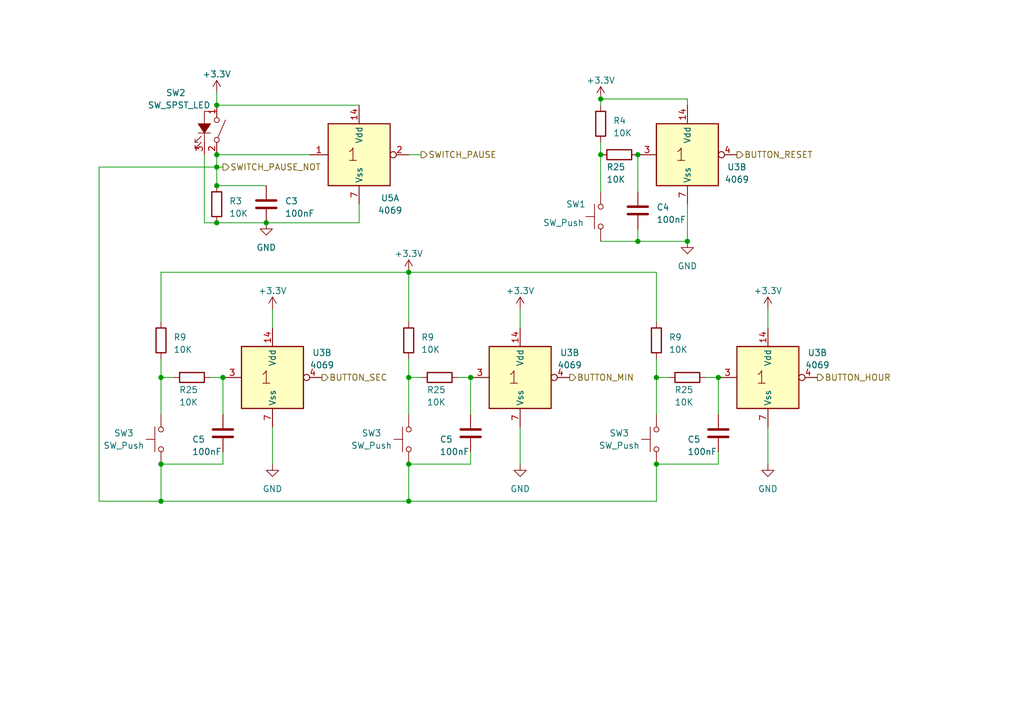
<source format=kicad_sch>
(kicad_sch (version 20230121) (generator eeschema)
  (paper "A5")
  (lib_symbols
    (symbol "4xxx_IEEE:4069"
      (property "Reference" "U" (at 8.89 6.35 0))
      (property "Value" "4069" (at 7.62 -8.89 0))
      (symbol "4069_0_0"
        (text "1" (at -1.27 0 0) (effects (font (size 2.54 2.54))))
        (pin power_in line (at 0 10.16 270) (length 3.81) (name "Vdd") (number "14"))
        (pin power_in line (at 0 -10.16 90) (length 3.81) (name "Vss") (number "7"))
      )
      (symbol "4069_0_1"
        (rectangle (start -6.35 6.35) (end 6.35 -6.35) (stroke (width 0.254)) (fill (type background)))
      )
      (symbol "4069_1_1"
        (pin input line (at -10.16 0 0) (length 3.81) (name "~") (number "1"))
        (pin output inverted (at 10.16 0 180) (length 3.81) (name "~") (number "2"))
      )
      (symbol "4069_2_1"
        (pin input line (at -10.16 0 0) (length 3.81) (name "~") (number "3"))
        (pin output inverted (at 10.16 0 180) (length 3.81) (name "~") (number "4"))
      )
      (symbol "4069_3_1"
        (pin input line (at -10.16 0 0) (length 3.81) (name "~") (number "5"))
        (pin output inverted (at 10.16 0 180) (length 3.81) (name "~") (number "6"))
      )
      (symbol "4069_4_1"
        (pin output inverted (at 10.16 0 180) (length 3.81) (name "~") (number "8"))
        (pin input line (at -10.16 0 0) (length 3.81) (name "~") (number "9"))
      )
      (symbol "4069_5_1"
        (pin output inverted (at 10.16 0 180) (length 3.81) (name "~") (number "10"))
        (pin input line (at -10.16 0 0) (length 3.81) (name "~") (number "11"))
      )
      (symbol "4069_6_1"
        (pin output inverted (at 10.16 0 180) (length 3.81) (name "~") (number "12"))
        (pin input line (at -10.16 0 0) (length 3.81) (name "~") (number "13"))
      )
    )
    (symbol "Device:C" (pin_numbers hide) (pin_names (offset 0.254))
      (property "Reference" "C" (at 0.635 2.54 0))
      (property "Value" "C" (at 0.635 -2.54 0))
      (symbol "C_0_1"
        (polyline (pts (xy -2.032 -0.762) (xy 2.032 -0.762)) (stroke (width 0.508)))
        (polyline (pts (xy -2.032 0.762) (xy 2.032 0.762)) (stroke (width 0.508)))
      )
      (symbol "C_1_1"
        (pin passive line (at 0 3.81 270) (length 2.794) (name "~") (number "1"))
        (pin passive line (at 0 -3.81 90) (length 2.794) (name "~") (number "2"))
      )
    )
    (symbol "Device:R" (pin_numbers hide) (pin_names (offset 0))
      (property "Reference" "R" (at 2.032 0 90))
      (property "Value" "R" (at 0 0 90))
      (symbol "R_0_1"
        (rectangle (start -1.016 -2.54) (end 1.016 2.54) (stroke (width 0.254)))
      )
      (symbol "R_1_1"
        (pin passive line (at 0 3.81 270) (length 1.27) (name "~") (number "1"))
        (pin passive line (at 0 -3.81 90) (length 1.27) (name "~") (number "2"))
      )
    )
    (symbol "Switch:SW_Push" (pin_numbers hide) (pin_names (offset 1.016) hide)
      (property "Reference" "SW" (at 1.27 2.54 0))
      (property "Value" "SW_Push" (at 0 -1.524 0))
      (symbol "SW_Push_0_1"
        (circle (center -2.032 0) (radius 0.508))
        (polyline (pts (xy 0 1.27) (xy 0 3.048)))
        (polyline (pts (xy 2.54 1.27) (xy -2.54 1.27)))
        (circle (center 2.032 0) (radius 0.508))
        (pin passive line (at -5.08 0 0) (length 2.54) (name "1") (number "1"))
        (pin passive line (at 5.08 0 180) (length 2.54) (name "2") (number "2"))
      )
    )
    (symbol "Switch:SW_SPST_LED" (pin_names (offset 1.016) hide)
      (property "Reference" "SW1" (at -2.54 0 90))
      (property "Value" "SW_SPST_LED" (at -2.54 -2.54 90))
      (symbol "SW_SPST_LED_0_0"
        (polyline (pts (xy -3.81 -1.905) (xy -2.54 -0.635)))
        (polyline (pts (xy -2.54 -1.905) (xy -1.27 -0.635)))
        (polyline (pts (xy -2.54 0) (xy 2.54 0)))
        (polyline (pts (xy -0.635 1.27) (xy -0.635 -1.27)))
        (polyline (pts (xy -3.81 -1.27) (xy -3.81 -1.905) (xy -3.175 -1.905)))
        (polyline (pts (xy -2.54 -1.27) (xy -2.54 -1.905) (xy -1.905 -1.905)))
        (polyline (pts (xy -0.635 0) (xy 1.27 1.27) (xy 1.27 -1.27) (xy -0.635 0)) (fill (type outline)))
      )
      (symbol "SW_SPST_LED_0_1"
        (circle (center -2.032 2.54) (radius 0.508))
        (polyline (pts (xy -1.524 2.794) (xy 2.032 4.318)))
        (polyline (pts (xy 2.54 0) (xy 3.81 0) (xy 3.81 2.54)))
        (circle (center 2.032 2.54) (radius 0.508))
        (pin passive line (at 5.08 2.54 180) (length 2.54) (name "1") (number "1"))
        (pin passive line (at -5.08 2.54 0) (length 2.54) (name "2") (number "2"))
        (pin passive line (at -5.08 0 0) (length 2.54) (name "K") (number "3"))
      )
    )
    (symbol "power:+3.3V" (power) (pin_names (offset 0))
      (property "Value" "+3.3V" (at 0 3.556 0))
      (symbol "+3.3V_0_1"
        (polyline (pts (xy -0.762 1.27) (xy 0 2.54)))
        (polyline (pts (xy 0 0) (xy 0 2.54)))
        (polyline (pts (xy 0 2.54) (xy 0.762 1.27)))
      )
      (symbol "+3.3V_1_1"
        (pin power_in line (at 0 0 90) (length 0) hide (name "+3.3V") (number "1"))
      )
    )
    (symbol "power:GND" (power) (pin_names (offset 0))
      (property "Value" "GND" (at 0 -3.81 0))
      (symbol "GND_0_1"
        (polyline (pts (xy 0 0) (xy 0 -1.27) (xy 1.27 -1.27) (xy 0 -2.54) (xy -1.27 -1.27) (xy 0 -1.27)))
      )
      (symbol "GND_1_1"
        (pin power_in line (at 0 0 270) (length 0) hide (name "GND") (number "1"))
      )
    )
  )
  (junction (at 44.45 21.59))
  (junction (at 123.19 20.32))
  (junction (at 134.62 77.47))
  (junction (at 96.52 77.47))
  (junction (at 45.72 77.47))
  (junction (at 83.82 77.47))
  (junction (at 123.19 31.75))
  (junction (at 83.82 95.25))
  (junction (at 44.45 38.1))
  (junction (at 44.45 45.72))
  (junction (at 83.82 102.87))
  (junction (at 44.45 34.29))
  (junction (at 130.81 49.53))
  (junction (at 134.62 95.25))
  (junction (at 140.97 49.53))
  (junction (at 130.81 31.75))
  (junction (at 147.32 77.47))
  (junction (at 33.02 77.47))
  (junction (at 54.61 45.72))
  (junction (at 83.82 55.88))
  (junction (at 33.02 95.25))
  (junction (at 33.02 102.87))
  (junction (at 44.45 31.75))
  (wire (pts (xy 106.68 63.5) (xy 106.68 67.31)))
  (wire (pts (xy 33.02 55.88) (xy 33.02 66.04)))
  (wire (pts (xy 130.81 46.99) (xy 130.81 49.53)))
  (wire (pts (xy 83.82 66.04) (xy 83.82 55.88)))
  (wire (pts (xy 134.62 73.66) (xy 134.62 77.47)))
  (wire (pts (xy 44.45 31.75) (xy 63.5 31.75)))
  (wire (pts (xy 83.82 102.87) (xy 134.62 102.87)))
  (wire (pts (xy 33.02 77.47) (xy 33.02 85.09)))
  (wire (pts (xy 106.68 87.63) (xy 106.68 95.25)))
  (wire (pts (xy 123.19 31.75) (xy 123.19 39.37)))
  (wire (pts (xy 54.61 45.72) (xy 44.45 45.72)))
  (wire (pts (xy 83.82 95.25) (xy 96.52 95.25)))
  (wire (pts (xy 33.02 77.47) (xy 35.56 77.47)))
  (wire (pts (xy 157.48 87.63) (xy 157.48 95.25)))
  (wire (pts (xy 33.02 95.25) (xy 45.72 95.25)))
  (wire (pts (xy 83.82 31.75) (xy 86.36 31.75)))
  (wire (pts (xy 41.91 45.72) (xy 44.45 45.72)))
  (wire (pts (xy 33.02 55.88) (xy 83.82 55.88)))
  (wire (pts (xy 73.66 45.72) (xy 54.61 45.72)))
  (wire (pts (xy 83.82 95.25) (xy 83.82 102.87)))
  (wire (pts (xy 96.52 92.71) (xy 96.52 95.25)))
  (wire (pts (xy 123.19 21.59) (xy 123.19 20.32)))
  (wire (pts (xy 45.72 92.71) (xy 45.72 95.25)))
  (wire (pts (xy 83.82 77.47) (xy 83.82 85.09)))
  (wire (pts (xy 20.32 102.87) (xy 33.02 102.87)))
  (wire (pts (xy 33.02 102.87) (xy 83.82 102.87)))
  (wire (pts (xy 130.81 49.53) (xy 140.97 49.53)))
  (wire (pts (xy 134.62 77.47) (xy 134.62 85.09)))
  (wire (pts (xy 123.19 49.53) (xy 130.81 49.53)))
  (wire (pts (xy 44.45 34.29) (xy 44.45 38.1)))
  (wire (pts (xy 44.45 34.29) (xy 20.32 34.29)))
  (wire (pts (xy 45.72 34.29) (xy 44.45 34.29)))
  (wire (pts (xy 157.48 63.5) (xy 157.48 67.31)))
  (wire (pts (xy 55.88 87.63) (xy 55.88 95.25)))
  (wire (pts (xy 33.02 73.66) (xy 33.02 77.47)))
  (wire (pts (xy 147.32 77.47) (xy 144.78 77.47)))
  (wire (pts (xy 54.61 38.1) (xy 44.45 38.1)))
  (wire (pts (xy 83.82 55.88) (xy 134.62 55.88)))
  (wire (pts (xy 96.52 77.47) (xy 96.52 85.09)))
  (wire (pts (xy 140.97 21.59) (xy 140.97 20.32)))
  (wire (pts (xy 140.97 41.91) (xy 140.97 49.53)))
  (wire (pts (xy 83.82 77.47) (xy 86.36 77.47)))
  (wire (pts (xy 44.45 19.05) (xy 44.45 21.59)))
  (wire (pts (xy 41.91 31.75) (xy 41.91 45.72)))
  (wire (pts (xy 123.19 29.21) (xy 123.19 31.75)))
  (wire (pts (xy 140.97 20.32) (xy 123.19 20.32)))
  (wire (pts (xy 147.32 92.71) (xy 147.32 95.25)))
  (wire (pts (xy 83.82 73.66) (xy 83.82 77.47)))
  (wire (pts (xy 147.32 77.47) (xy 147.32 85.09)))
  (wire (pts (xy 44.45 21.59) (xy 73.66 21.59)))
  (wire (pts (xy 45.72 77.47) (xy 45.72 85.09)))
  (wire (pts (xy 96.52 77.47) (xy 93.98 77.47)))
  (wire (pts (xy 20.32 34.29) (xy 20.32 102.87)))
  (wire (pts (xy 55.88 63.5) (xy 55.88 67.31)))
  (wire (pts (xy 73.66 41.91) (xy 73.66 45.72)))
  (wire (pts (xy 134.62 77.47) (xy 137.16 77.47)))
  (wire (pts (xy 44.45 31.75) (xy 44.45 34.29)))
  (wire (pts (xy 130.81 31.75) (xy 130.81 39.37)))
  (wire (pts (xy 134.62 55.88) (xy 134.62 66.04)))
  (wire (pts (xy 33.02 95.25) (xy 33.02 102.87)))
  (wire (pts (xy 134.62 95.25) (xy 134.62 102.87)))
  (wire (pts (xy 134.62 95.25) (xy 147.32 95.25)))
  (wire (pts (xy 45.72 77.47) (xy 43.18 77.47)))
  (hierarchical_label "SWITCH_PAUSE" (shape output) (at 86.36 31.75 0))
  (hierarchical_label "SWITCH_PAUSE_NOT" (shape output) (at 45.72 34.29 0))
  (hierarchical_label "BUTTON_HOUR" (shape output) (at 167.64 77.47 0))
  (hierarchical_label "BUTTON_SEC" (shape output) (at 66.04 77.47 0))
  (hierarchical_label "BUTTON_RESET" (shape output) (at 151.13 31.75 0))
  (hierarchical_label "BUTTON_MIN" (shape output) (at 116.84 77.47 0))
  (symbol (lib_id "Device:R") (at 134.62 69.85 0) (unit 1)
    (property "Reference" "R9" (at 137.16 69.215 0) (effects (justify left)))
    (property "Value" "10K" (at 137.16 71.755 0) (effects (justify left)))
    (property "Footprint" "Resistor_THT:R_Axial_DIN0204_L3.6mm_D1.6mm_P7.62mm_Horizontal" (effects hide))
    (instances (project "binary_clock" (path "" (reference "R9") (unit 1)) (path "" (reference "R10") (unit 1))))
  )
  (symbol (lib_id "4xxx_IEEE:4069") (at 106.68 77.47 0) (unit 2)
    (property "Reference" "U3" (at 116.84 72.39 0))
    (property "Value" "4069" (at 116.84 74.93 0))
    (property "Footprint" "Package_DIP:DIP-14_W7.62mm_Socket" (effects hide))
    (instances (project "binary_clock" (path "" (reference "U3") (unit 2)) (path "" (reference "U4") (unit 5))))
  )
  (symbol (lib_id "4xxx_IEEE:4069") (at 140.97 31.75 0) (unit 2)
    (property "Reference" "U3" (at 151.13 34.29 0))
    (property "Value" "4069" (at 151.13 36.83 0))
    (property "Footprint" "Package_DIP:DIP-14_W7.62mm_Socket" (effects hide))
    (instances (project "binary_clock" (path "" (reference "U3") (unit 2)) (path "" (reference "U4") (unit 2))))
  )
  (symbol (lib_id "power:+3.3V") (at 55.88 63.5 0) (unit 1)
    (property "Reference" "#PWR010" (effects hide))
    (property "Value" "+3.3V" (at 55.88 59.69 0))
    (instances (project "binary_clock" (path "" (reference "#PWR010") (unit 1)) (path "" (reference "#PWR02") (unit 1)) (path "" (reference "#PWR09") (unit 1))))
  )
  (symbol (lib_id "power:+3.3V") (at 106.68 63.5 0) (unit 1)
    (property "Reference" "#PWR010" (effects hide))
    (property "Value" "+3.3V" (at 106.68 59.69 0))
    (instances (project "binary_clock" (path "" (reference "#PWR010") (unit 1)) (path "" (reference "#PWR02") (unit 1)) (path "" (reference "#PWR011") (unit 1))))
  )
  (symbol (lib_id "Device:R") (at 90.17 77.47 90) (unit 1)
    (property "Reference" "R25" (at 91.44 80.01 90) (effects (justify left)))
    (property "Value" "10K" (at 91.44 82.55 90) (effects (justify left)))
    (property "Footprint" "Resistor_THT:R_Axial_DIN0204_L3.6mm_D1.6mm_P7.62mm_Horizontal" (effects hide))
    (instances (project "binary_clock" (path "" (reference "R25") (unit 1)) (path "" (reference "R7") (unit 1))))
  )
  (symbol (lib_id "power:+3.3V") (at 44.45 19.05 0) (unit 1)
    (property "Reference" "#PWR010" (effects hide))
    (property "Value" "+3.3V" (at 44.45 15.24 0))
    (instances (project "binary_clock" (path "" (reference "#PWR010") (unit 1)) (path "" (reference "#PWR02") (unit 1)) (path "" (reference "#PWR07") (unit 1))))
  )
  (symbol (lib_id "Device:R") (at 44.45 41.91 0) (unit 1)
    (property "Reference" "R3" (at 46.99 41.275 0) (effects (justify left)))
    (property "Value" "10K" (at 46.99 43.815 0) (effects (justify left)))
    (property "Footprint" "Resistor_THT:R_Axial_DIN0204_L3.6mm_D1.6mm_P7.62mm_Horizontal" (effects hide))
    (instances (project "binary_clock" (path "" (reference "R3") (unit 1)) (path "" (reference "R5") (unit 1))))
  )
  (symbol (lib_id "Device:R") (at 140.97 77.47 90) (unit 1)
    (property "Reference" "R25" (at 142.24 80.01 90) (effects (justify left)))
    (property "Value" "10K" (at 142.24 82.55 90) (effects (justify left)))
    (property "Footprint" "Resistor_THT:R_Axial_DIN0204_L3.6mm_D1.6mm_P7.62mm_Horizontal" (effects hide))
    (instances (project "binary_clock" (path "" (reference "R25") (unit 1)) (path "" (reference "R11") (unit 1))))
  )
  (symbol (lib_id "Switch:SW_Push") (at 134.62 90.17 90) (unit 1)
    (property "Reference" "SW3" (at 127 88.9 90))
    (property "Value" "SW_Push" (at 127 91.44 90))
    (property "Footprint" "Connector_JST:JST_XH_B2B-XH-A_1x02_P2.50mm_Vertical" (effects hide))
    (instances (project "binary_clock" (path "" (reference "SW3") (unit 1)) (path "" (reference "SW5") (unit 1))))
  )
  (symbol (lib_id "power:GND") (at 54.61 45.72 0) (unit 1)
    (property "Reference" "#PWR04" (effects hide))
    (property "Value" "GND" (at 54.61 50.8 0))
    (property "Footprint" "Connector_Pin:Pin_D1.0mm_L10.0mm" (effects hide))
    (instances (project "binary_clock" (path "" (reference "#PWR04") (unit 1)) (path "" (reference "#PWR08") (unit 1))))
  )
  (symbol (lib_id "Device:C") (at 130.81 43.18 0) (unit 1)
    (property "Reference" "C4" (at 134.62 42.545 0) (effects (justify left)))
    (property "Value" "100nF" (at 134.62 45.085 0) (effects (justify left)))
    (property "Footprint" "Capacitor_THT:C_Disc_D5.1mm_W3.2mm_P5.00mm" (effects hide))
    (instances (project "binary_clock" (path "" (reference "C4") (unit 1)) (path "" (reference "C6") (unit 1))))
  )
  (symbol (lib_id "Device:C") (at 147.32 88.9 0) (unit 1)
    (property "Reference" "C5" (at 140.97 90.17 0) (effects (justify left)))
    (property "Value" "100nF" (at 140.97 92.71 0) (effects (justify left)))
    (property "Footprint" "Capacitor_THT:C_Disc_D5.1mm_W3.2mm_P5.00mm" (effects hide))
    (instances (project "binary_clock" (path "" (reference "C5") (unit 1)) (path "" (reference "C7") (unit 1))))
  )
  (symbol (lib_id "Device:R") (at 39.37 77.47 90) (unit 1)
    (property "Reference" "R25" (at 40.64 80.01 90) (effects (justify left)))
    (property "Value" "10K" (at 40.64 82.55 90) (effects (justify left)))
    (property "Footprint" "Resistor_THT:R_Axial_DIN0204_L3.6mm_D1.6mm_P7.62mm_Horizontal" (effects hide))
    (instances (project "binary_clock" (path "" (reference "R25") (unit 1)) (path "" (reference "R4") (unit 1))))
  )
  (symbol (lib_id "Device:R") (at 33.02 69.85 0) (unit 1)
    (property "Reference" "R9" (at 35.56 69.215 0) (effects (justify left)))
    (property "Value" "10K" (at 35.56 71.755 0) (effects (justify left)))
    (property "Footprint" "Resistor_THT:R_Axial_DIN0204_L3.6mm_D1.6mm_P7.62mm_Horizontal" (effects hide))
    (instances (project "binary_clock" (path "" (reference "R9") (unit 1)) (path "" (reference "R3") (unit 1))))
  )
  (symbol (lib_id "4xxx_IEEE:4069") (at 55.88 77.47 0) (unit 2)
    (property "Reference" "U3" (at 66.04 72.39 0))
    (property "Value" "4069" (at 66.04 74.93 0))
    (property "Footprint" "Package_DIP:DIP-14_W7.62mm_Socket" (effects hide))
    (instances (project "binary_clock" (path "" (reference "U3") (unit 2)) (path "" (reference "U4") (unit 4))))
  )
  (symbol (lib_id "power:GND") (at 140.97 49.53 0) (unit 1)
    (property "Reference" "#PWR04" (effects hide))
    (property "Value" "GND" (at 140.97 54.61 0))
    (property "Footprint" "Connector_Pin:Pin_D1.0mm_L10.0mm" (effects hide))
    (instances (project "binary_clock" (path "" (reference "#PWR04") (unit 1)) (path "" (reference "#PWR014") (unit 1))))
  )
  (symbol (lib_id "Device:R") (at 127 31.75 90) (unit 1)
    (property "Reference" "R25" (at 128.27 34.29 90) (effects (justify left)))
    (property "Value" "10K" (at 128.27 36.83 90) (effects (justify left)))
    (property "Footprint" "Resistor_THT:R_Axial_DIN0204_L3.6mm_D1.6mm_P7.62mm_Horizontal" (effects hide))
    (instances (project "binary_clock" (path "" (reference "R25") (unit 1)) (path "" (reference "R9") (unit 1))))
  )
  (symbol (lib_id "Device:C") (at 45.72 88.9 0) (unit 1)
    (property "Reference" "C5" (at 39.37 90.17 0) (effects (justify left)))
    (property "Value" "100nF" (at 39.37 92.71 0) (effects (justify left)))
    (property "Footprint" "Capacitor_THT:C_Disc_D5.1mm_W3.2mm_P5.00mm" (effects hide))
    (instances (project "binary_clock" (path "" (reference "C5") (unit 1)) (path "" (reference "C3") (unit 1))))
  )
  (symbol (lib_id "power:+3.3V") (at 123.19 20.32 0) (unit 1)
    (property "Reference" "#PWR010" (effects hide))
    (property "Value" "+3.3V" (at 123.19 16.51 0))
    (instances (project "binary_clock" (path "" (reference "#PWR010") (unit 1)) (path "" (reference "#PWR02") (unit 1)) (path "" (reference "#PWR013") (unit 1))))
  )
  (symbol (lib_id "Switch:SW_Push") (at 83.82 90.17 90) (unit 1)
    (property "Reference" "SW3" (at 76.2 88.9 90))
    (property "Value" "SW_Push" (at 76.2 91.44 90))
    (property "Footprint" "Connector_JST:JST_XH_B2B-XH-A_1x02_P2.50mm_Vertical" (effects hide))
    (instances (project "binary_clock" (path "" (reference "SW3") (unit 1)) (path "" (reference "SW4") (unit 1))))
  )
  (symbol (lib_id "Device:C") (at 54.61 41.91 0) (unit 1)
    (property "Reference" "C3" (at 58.42 41.275 0) (effects (justify left)))
    (property "Value" "100nF" (at 58.42 43.815 0) (effects (justify left)))
    (property "Footprint" "Capacitor_THT:C_Disc_D5.1mm_W3.2mm_P5.00mm" (effects hide))
    (instances (project "binary_clock" (path "" (reference "C3") (unit 1)) (path "" (reference "C4") (unit 1))))
  )
  (symbol (lib_id "power:+3.3V") (at 157.48 63.5 0) (unit 1)
    (property "Reference" "#PWR010" (effects hide))
    (property "Value" "+3.3V" (at 157.48 59.69 0))
    (instances (project "binary_clock" (path "" (reference "#PWR010") (unit 1)) (path "" (reference "#PWR02") (unit 1)) (path "" (reference "#PWR015") (unit 1))))
  )
  (symbol (lib_id "power:GND") (at 55.88 95.25 0) (unit 1)
    (property "Reference" "#PWR04" (effects hide))
    (property "Value" "GND" (at 55.88 100.33 0))
    (property "Footprint" "Connector_Pin:Pin_D1.0mm_L10.0mm" (effects hide))
    (instances (project "binary_clock" (path "" (reference "#PWR04") (unit 1)) (path "" (reference "#PWR010") (unit 1))))
  )
  (symbol (lib_id "power:GND") (at 106.68 95.25 0) (unit 1)
    (property "Reference" "#PWR04" (effects hide))
    (property "Value" "GND" (at 106.68 100.33 0))
    (property "Footprint" "Connector_Pin:Pin_D1.0mm_L10.0mm" (effects hide))
    (instances (project "binary_clock" (path "" (reference "#PWR04") (unit 1)) (path "" (reference "#PWR012") (unit 1))))
  )
  (symbol (lib_id "power:GND") (at 157.48 95.25 0) (unit 1)
    (property "Reference" "#PWR04" (effects hide))
    (property "Value" "GND" (at 157.48 100.33 0))
    (property "Footprint" "Connector_Pin:Pin_D1.0mm_L10.0mm" (effects hide))
    (instances (project "binary_clock" (path "" (reference "#PWR04") (unit 1)) (path "" (reference "#PWR016") (unit 1))))
  )
  (symbol (lib_id "Switch:SW_Push") (at 33.02 90.17 90) (unit 1)
    (property "Reference" "SW3" (at 25.4 88.9 90))
    (property "Value" "SW_Push" (at 25.4 91.44 90))
    (property "Footprint" "Connector_JST:JST_XH_B2B-XH-A_1x02_P2.50mm_Vertical" (effects hide))
  )
  (symbol (lib_id "Device:C") (at 96.52 88.9 0) (unit 1)
    (property "Reference" "C5" (at 90.17 90.17 0) (effects (justify left)))
    (property "Value" "100nF" (at 90.17 92.71 0) (effects (justify left)))
    (property "Footprint" "Capacitor_THT:C_Disc_D5.1mm_W3.2mm_P5.00mm" (effects hide))
  )
  (symbol (lib_id "Switch:SW_SPST_LED") (at 41.91 26.67 270) (mirror x) (unit 1)
    (property "Reference" "SW2" (at 38.1 19.05 90) (effects (justify right)))
    (property "Value" "SW_SPST_LED" (at 43.18 21.59 90) (effects (justify right)))
    (property "Footprint" "Connector_JST:JST_XH_B3B-XH-A_1x03_P2.50mm_Vertical" (effects hide))
    (instances (project "binary_clock" (path "" (reference "SW2") (unit 1)) (path "" (reference "SW1") (unit 1))))
  )
  (symbol (lib_id "4xxx_IEEE:4069") (at 157.48 77.47 0) (unit 2)
    (property "Reference" "U3" (at 167.64 72.39 0))
    (property "Value" "4069" (at 167.64 74.93 0))
    (property "Footprint" "Package_DIP:DIP-14_W7.62mm_Socket" (effects hide))
    (instances (project "binary_clock" (path "" (reference "U3") (unit 2)) (path "" (reference "U4") (unit 6))))
  )
  (symbol (lib_id "Device:R") (at 123.19 25.4 0) (unit 1)
    (property "Reference" "R4" (at 125.73 24.765 0) (effects (justify left)))
    (property "Value" "10K" (at 125.73 27.305 0) (effects (justify left)))
    (property "Footprint" "Resistor_THT:R_Axial_DIN0204_L3.6mm_D1.6mm_P7.62mm_Horizontal" (effects hide))
    (instances (project "binary_clock" (path "" (reference "R4") (unit 1)) (path "" (reference "R8") (unit 1))))
  )
  (symbol (lib_id "4xxx_IEEE:4069") (at 73.66 31.75 0) (unit 1)
    (property "Reference" "U5" (at 80.01 40.64 0))
    (property "Value" "4069" (at 80.01 43.18 0))
    (property "Footprint" "Package_DIP:DIP-14_W7.62mm_Socket" (effects hide))
    (instances (project "binary_clock" (path "" (reference "U5") (unit 1)) (path "" (reference "U4") (unit 1)) (path "" (reference "U2") (unit 1))))
  )
  (symbol (lib_id "Switch:SW_Push") (at 123.19 44.45 90) (unit 1)
    (property "Reference" "SW1" (at 118.11 41.91 90))
    (property "Value" "SW_Push" (at 115.57 45.72 90))
    (property "Footprint" "Connector_JST:JST_XH_B2B-XH-A_1x02_P2.50mm_Vertical" (effects hide))
    (instances (project "binary_clock" (path "" (reference "SW1") (unit 1)) (path "" (reference "SW2") (unit 1))))
  )
  (symbol (lib_id "power:+3.3V") (at 83.82 55.88 0) (unit 1)
    (property "Reference" "#PWR010" (effects hide))
    (property "Value" "+3.3V" (at 83.82 52.07 0))
    (instances (project "binary_clock" (path "" (reference "#PWR010") (unit 1)) (path "" (reference "#PWR02") (unit 1)) (path "" (reference "#PWR023") (unit 1))))
  )
  (symbol (lib_id "Device:R") (at 83.82 69.85 0) (unit 1)
    (property "Reference" "R9" (at 86.36 69.215 0) (effects (justify left)))
    (property "Value" "10K" (at 86.36 71.755 0) (effects (justify left)))
    (property "Footprint" "Resistor_THT:R_Axial_DIN0204_L3.6mm_D1.6mm_P7.62mm_Horizontal" (effects hide))
    (instances (project "binary_clock" (path "" (reference "R9") (unit 1)) (path "" (reference "R6") (unit 1))))
  )
)
</source>
